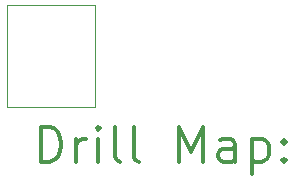
<source format=gbr>
%FSLAX45Y45*%
G04 Gerber Fmt 4.5, Leading zero omitted, Abs format (unit mm)*
G04 Created by KiCad (PCBNEW (5.1.4)-1) date 2020-09-30 13:12:36*
%MOMM*%
%LPD*%
G04 APERTURE LIST*
%ADD10C,0.050000*%
%ADD11C,0.200000*%
%ADD12C,0.300000*%
G04 APERTURE END LIST*
D10*
X5690000Y-3380000D02*
X5690000Y-4245000D01*
X4950000Y-3380000D02*
X5690000Y-3380000D01*
X4950000Y-4245000D02*
X4950000Y-3380000D01*
X5690000Y-4245000D02*
X4950000Y-4245000D01*
D11*
D12*
X5233928Y-4713214D02*
X5233928Y-4413214D01*
X5305357Y-4413214D01*
X5348214Y-4427500D01*
X5376786Y-4456072D01*
X5391071Y-4484643D01*
X5405357Y-4541786D01*
X5405357Y-4584643D01*
X5391071Y-4641786D01*
X5376786Y-4670357D01*
X5348214Y-4698929D01*
X5305357Y-4713214D01*
X5233928Y-4713214D01*
X5533928Y-4713214D02*
X5533928Y-4513214D01*
X5533928Y-4570357D02*
X5548214Y-4541786D01*
X5562500Y-4527500D01*
X5591071Y-4513214D01*
X5619643Y-4513214D01*
X5719643Y-4713214D02*
X5719643Y-4513214D01*
X5719643Y-4413214D02*
X5705357Y-4427500D01*
X5719643Y-4441786D01*
X5733928Y-4427500D01*
X5719643Y-4413214D01*
X5719643Y-4441786D01*
X5905357Y-4713214D02*
X5876786Y-4698929D01*
X5862500Y-4670357D01*
X5862500Y-4413214D01*
X6062500Y-4713214D02*
X6033928Y-4698929D01*
X6019643Y-4670357D01*
X6019643Y-4413214D01*
X6405357Y-4713214D02*
X6405357Y-4413214D01*
X6505357Y-4627500D01*
X6605357Y-4413214D01*
X6605357Y-4713214D01*
X6876786Y-4713214D02*
X6876786Y-4556072D01*
X6862500Y-4527500D01*
X6833928Y-4513214D01*
X6776786Y-4513214D01*
X6748214Y-4527500D01*
X6876786Y-4698929D02*
X6848214Y-4713214D01*
X6776786Y-4713214D01*
X6748214Y-4698929D01*
X6733928Y-4670357D01*
X6733928Y-4641786D01*
X6748214Y-4613214D01*
X6776786Y-4598929D01*
X6848214Y-4598929D01*
X6876786Y-4584643D01*
X7019643Y-4513214D02*
X7019643Y-4813214D01*
X7019643Y-4527500D02*
X7048214Y-4513214D01*
X7105357Y-4513214D01*
X7133928Y-4527500D01*
X7148214Y-4541786D01*
X7162500Y-4570357D01*
X7162500Y-4656072D01*
X7148214Y-4684643D01*
X7133928Y-4698929D01*
X7105357Y-4713214D01*
X7048214Y-4713214D01*
X7019643Y-4698929D01*
X7291071Y-4684643D02*
X7305357Y-4698929D01*
X7291071Y-4713214D01*
X7276786Y-4698929D01*
X7291071Y-4684643D01*
X7291071Y-4713214D01*
X7291071Y-4527500D02*
X7305357Y-4541786D01*
X7291071Y-4556072D01*
X7276786Y-4541786D01*
X7291071Y-4527500D01*
X7291071Y-4556072D01*
M02*

</source>
